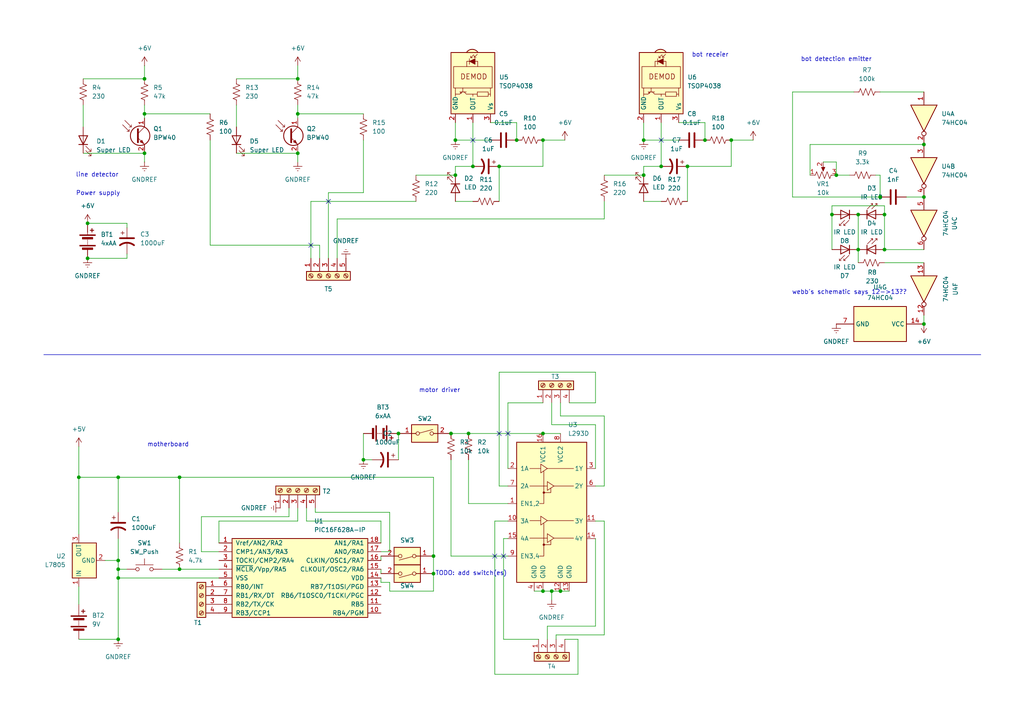
<source format=kicad_sch>
(kicad_sch (version 20231120) (generator "eeschema") (generator_version "8.0")
  (paper "A4")
  (lib_symbols
    (symbol "74xx:74HC04"
      (property "Reference" "U" (at 0 1.27 0))
      (property "Value" "74HC04" (at 0 -1.27 0))
      (symbol "74HC04_1_0"
        (pin input line (at -7.62 0 0) (length 3.81) (name "~") (number "1"))
        (pin output inverted (at 7.62 0 180) (length 3.81) (name "~") (number "2"))
      )
      (symbol "74HC04_2_0"
        (pin input line (at -7.62 0 0) (length 3.81) (name "~") (number "3"))
        (pin output inverted (at 7.62 0 180) (length 3.81) (name "~") (number "4"))
      )
      (symbol "74HC04_3_0"
        (pin input line (at -7.62 0 0) (length 3.81) (name "~") (number "5"))
        (pin output inverted (at 7.62 0 180) (length 3.81) (name "~") (number "6"))
      )
      (symbol "74HC04_4_0"
        (pin output inverted (at 7.62 0 180) (length 3.81) (name "~") (number "8"))
        (pin input line (at -7.62 0 0) (length 3.81) (name "~") (number "9"))
      )
      (symbol "74HC04_5_0"
        (pin output inverted (at 7.62 0 180) (length 3.81) (name "~") (number "10"))
        (pin input line (at -7.62 0 0) (length 3.81) (name "~") (number "11"))
      )
      (symbol "74HC04_6_0"
        (pin output inverted (at 7.62 0 180) (length 3.81) (name "~") (number "12"))
        (pin input line (at -7.62 0 0) (length 3.81) (name "~") (number "13"))
      )
      (symbol "74HC04_7_0"
        (pin power_in line (at 0 12.7 270) (length 5.08) (name "VCC") (number "14"))
        (pin power_in line (at 0 -12.7 90) (length 5.08) (name "GND") (number "7"))
      )
    )
    (symbol "Connector:Screw_Terminal_01x04" (pin_names (offset 1.016) hide)
      (property "Reference" "J" (at 0 5.08 0))
      (property "Value" "Screw_Terminal_01x04" (at 0 -7.62 0))
      (symbol "Screw_Terminal_01x04_1_1"
        (pin passive line (at -5.08 2.54 0) (length 3.81) (name "Pin_1") (number "1"))
        (pin passive line (at -5.08 0 0) (length 3.81) (name "Pin_2") (number "2"))
        (pin passive line (at -5.08 -2.54 0) (length 3.81) (name "Pin_3") (number "3"))
        (pin passive line (at -5.08 -5.08 0) (length 3.81) (name "Pin_4") (number "4"))
      )
    )
    (symbol "Connector:Screw_Terminal_01x05" (pin_names (offset 1.016) hide)
      (property "Reference" "J" (at 0 7.62 0))
      (property "Value" "Screw_Terminal_01x05" (at 0 -7.62 0))
      (symbol "Screw_Terminal_01x05_1_1"
        (pin passive line (at -5.08 5.08 0) (length 3.81) (name "Pin_1") (number "1"))
        (pin passive line (at -5.08 2.54 0) (length 3.81) (name "Pin_2") (number "2"))
        (pin passive line (at -5.08 0 0) (length 3.81) (name "Pin_3") (number "3"))
        (pin passive line (at -5.08 -2.54 0) (length 3.81) (name "Pin_4") (number "4"))
        (pin passive line (at -5.08 -5.08 0) (length 3.81) (name "Pin_5") (number "5"))
      )
    )
    (symbol "Device:Battery" (pin_numbers hide) (pin_names (offset 0) hide)
      (property "Reference" "BT" (at 2.54 2.54 0))
      (property "Value" "Battery" (at 2.54 0 0))
      (symbol "Battery_1_1"
        (pin passive line (at 0 5.08 270) (length 2.54) (name "+") (number "1"))
        (pin passive line (at 0 -5.08 90) (length 2.54) (name "-") (number "2"))
      )
    )
    (symbol "Device:C" (pin_numbers hide) (pin_names (offset 0.254))
      (property "Reference" "C" (at 0.635 2.54 0))
      (property "Value" "C" (at 0.635 -2.54 0))
      (symbol "C_1_1"
        (pin passive line (at 0 3.81 270) (length 2.794) (name "~") (number "1"))
        (pin passive line (at 0 -3.81 90) (length 2.794) (name "~") (number "2"))
      )
    )
    (symbol "Device:C_Polarized_US" (pin_numbers hide) (pin_names (offset 0.254) hide)
      (property "Reference" "C" (at 0.635 2.54 0))
      (property "Value" "C_Polarized_US" (at 0.635 -2.54 0))
      (symbol "C_Polarized_US_1_1"
        (pin passive line (at 0 3.81 270) (length 2.794) (name "~") (number "1"))
        (pin passive line (at 0 -3.81 90) (length 3.302) (name "~") (number "2"))
      )
    )
    (symbol "Device:LED" (pin_numbers hide) (pin_names (offset 1.016) hide)
      (property "Reference" "D" (at 0 2.54 0))
      (property "Value" "LED" (at 0 -2.54 0))
      (symbol "LED_1_1"
        (pin passive line (at -3.81 0 0) (length 2.54) (name "K") (number "1"))
        (pin passive line (at 3.81 0 180) (length 2.54) (name "A") (number "2"))
      )
    )
    (symbol "Device:R_Potentiometer_US" (pin_names (offset 1.016) hide)
      (property "Reference" "RV" (at -4.445 0 90))
      (property "Value" "R_Potentiometer_US" (at -2.54 0 90))
      (symbol "R_Potentiometer_US_1_1"
        (pin passive line (at 0 3.81 270) (length 1.27) (name "1") (number "1"))
        (pin passive line (at 3.81 0 180) (length 1.27) (name "2") (number "2"))
        (pin passive line (at 0 -3.81 90) (length 1.27) (name "3") (number "3"))
      )
    )
    (symbol "Device:R_US" (pin_numbers hide) (pin_names (offset 0))
      (property "Reference" "R" (at 2.54 0 90))
      (property "Value" "R_US" (at -2.54 0 90))
      (symbol "R_US_1_1"
        (pin passive line (at 0 3.81 270) (length 1.27) (name "~") (number "1"))
        (pin passive line (at 0 -3.81 90) (length 1.27) (name "~") (number "2"))
      )
    )
    (symbol "Driver_Motor:L293D" (pin_names (offset 1.016))
      (property "Reference" "U" (at -5.08 26.035 0))
      (property "Value" "L293D" (at -5.08 24.13 0))
      (symbol "L293D_1_1"
        (pin input line (at -12.7 5.08 0) (length 2.54) (name "EN1,2") (number "1"))
        (pin input line (at -12.7 0 0) (length 2.54) (name "3A") (number "10"))
        (pin output line (at 12.7 0 180) (length 2.54) (name "3Y") (number "11"))
        (pin power_in line (at 2.54 -20.32 90) (length 2.54) (name "GND") (number "12"))
        (pin power_in line (at 5.08 -20.32 90) (length 2.54) (name "GND") (number "13"))
        (pin output line (at 12.7 -5.08 180) (length 2.54) (name "4Y") (number "14"))
        (pin input line (at -12.7 -5.08 0) (length 2.54) (name "4A") (number "15"))
        (pin power_in line (at -2.54 25.4 270) (length 2.54) (name "VCC1") (number "16"))
        (pin input line (at -12.7 15.24 0) (length 2.54) (name "1A") (number "2"))
        (pin output line (at 12.7 15.24 180) (length 2.54) (name "1Y") (number "3"))
        (pin power_in line (at -5.08 -20.32 90) (length 2.54) (name "GND") (number "4"))
        (pin power_in line (at -2.54 -20.32 90) (length 2.54) (name "GND") (number "5"))
        (pin output line (at 12.7 10.16 180) (length 2.54) (name "2Y") (number "6"))
        (pin input line (at -12.7 10.16 0) (length 2.54) (name "2A") (number "7"))
        (pin power_in line (at 2.54 25.4 270) (length 2.54) (name "VCC2") (number "8"))
        (pin input line (at -12.7 -10.16 0) (length 2.54) (name "EN3,4") (number "9"))
      )
    )
    (symbol "Interface_Optical:TSOP41xx" (pin_names (offset 1.016))
      (property "Reference" "U" (at -10.16 7.62 0))
      (property "Value" "TSOP41xx" (at -10.16 -7.62 0))
      (symbol "TSOP41xx_0_0"
        (text "DEMOD" (at -3.175 0.254 900) (effects (font (size 1.524 1.524))))
      )
      (symbol "TSOP41xx_1_1"
        (pin output line (at 10.16 0 180) (length 2.54) (name "OUT") (number "1"))
        (pin power_in line (at 10.16 -5.08 180) (length 2.54) (name "GND") (number "2"))
        (pin power_in line (at 10.16 5.08 180) (length 2.54) (name "Vs") (number "3"))
      )
    )
    (symbol "LED:IR204A" (pin_numbers hide) (pin_names (offset 1.016) hide)
      (property "Reference" "D" (at 0.508 1.778 0))
      (property "Value" "IR204A" (at -1.016 -2.794 0))
      (symbol "IR204A_1_1"
        (pin passive line (at -5.08 0 0) (length 2.54) (name "K") (number "1"))
        (pin passive line (at 2.54 0 180) (length 2.54) (name "A") (number "2"))
      )
    )
    (symbol "MCU_Microchip_PIC16:PIC16F628A-IP" (pin_names (offset 1.016))
      (property "Reference" "U1" (at 4.7341 16.51 0))
      (property "Value" "PIC16F628A-IP" (at 4.7341 13.97 0))
      (symbol "PIC16F628A-IP_1_1"
        (pin bidirectional line (at -22.86 10.16 0) (length 3.81) (name "Vref/AN2/RA2") (number "1"))
        (pin bidirectional line (at 24.13 -10.16 180) (length 3.81) (name "RB4/PGM") (number "10"))
        (pin bidirectional line (at 24.13 -7.62 180) (length 3.81) (name "RB5") (number "11"))
        (pin bidirectional line (at 24.13 -5.08 180) (length 3.81) (name "RB6/T1OSC0/T1CKI/PGC") (number "12"))
        (pin bidirectional line (at 24.13 -2.54 180) (length 3.81) (name "RB7/T1OSI/PGD") (number "13"))
        (pin power_in line (at 24.13 0 180) (length 3.81) (name "VDD") (number "14"))
        (pin bidirectional line (at 24.13 2.54 180) (length 3.81) (name "CLKOUT/OSC2/RA6") (number "15"))
        (pin bidirectional line (at 24.13 5.08 180) (length 3.81) (name "CLKIN/OSC1/RA7") (number "16"))
        (pin bidirectional line (at 24.13 7.62 180) (length 3.81) (name "AN0/RA0") (number "17"))
        (pin bidirectional line (at 24.13 10.16 180) (length 3.81) (name "AN1/RA1") (number "18"))
        (pin bidirectional line (at -22.86 7.62 0) (length 3.81) (name "CMP1/AN3/RA3") (number "2"))
        (pin bidirectional line (at -22.86 5.08 0) (length 3.81) (name "TOCKI/CMP2/RA4") (number "3"))
        (pin input line (at -22.86 2.54 0) (length 3.81) (name "~{MCLR}/Vpp/RA5") (number "4"))
        (pin power_in line (at -22.86 0 0) (length 3.81) (name "VSS") (number "5"))
        (pin bidirectional line (at -22.86 -2.54 0) (length 3.81) (name "RB0/INT") (number "6"))
        (pin bidirectional line (at -22.86 -5.08 0) (length 3.81) (name "RB1/RX/DT") (number "7"))
        (pin bidirectional line (at -22.86 -7.62 0) (length 3.81) (name "RB2/TX/CK") (number "8"))
        (pin bidirectional line (at -22.86 -10.16 0) (length 3.81) (name "RB3/CCP1") (number "9"))
      )
    )
    (symbol "Regulator_Linear:L7805" (pin_names (offset 0.254))
      (property "Reference" "U" (at -3.81 3.175 0))
      (property "Value" "L7805" (at 0 3.175 0))
      (symbol "L7805_1_1"
        (pin power_in line (at -7.62 0 0) (length 2.54) (name "IN") (number "1"))
        (pin power_in line (at 0 -7.62 90) (length 2.54) (name "GND") (number "2"))
        (pin power_out line (at 7.62 0 180) (length 2.54) (name "OUT") (number "3"))
      )
    )
    (symbol "Sensor_Optical:BPW40" (pin_names (offset 0) hide)
      (property "Reference" "Q" (at 5.08 1.27 0))
      (property "Value" "BPW40" (at 5.08 -1.27 0))
      (symbol "BPW40_1_1"
        (pin passive line (at 2.54 5.08 270) (length 2.54) (name "C") (number "1"))
        (pin passive line (at 2.54 -5.08 90) (length 2.54) (name "E") (number "2"))
      )
    )
    (symbol "Switch:SW_DIP_x01" (pin_names (offset 0) hide)
      (property "Reference" "SW" (at 0 3.81 0))
      (property "Value" "SW_DIP_x01" (at 0 -3.81 0))
      (symbol "SW_DIP_x01_1_1"
        (pin passive line (at -7.62 0 0) (length 5.08) (name "~") (number "1"))
        (pin passive line (at 7.62 0 180) (length 5.08) (name "~") (number "2"))
      )
    )
    (symbol "Switch:SW_Push" (pin_numbers hide) (pin_names (offset 1.016) hide)
      (property "Reference" "SW" (at 1.27 2.54 0))
      (property "Value" "SW_Push" (at 0 -1.524 0))
      (symbol "SW_Push_0_1"
        (pin passive line (at -5.08 0 0) (length 2.54) (name "1") (number "1"))
        (pin passive line (at 5.08 0 180) (length 2.54) (name "2") (number "2"))
      )
    )
    (symbol "power:+5V" (power) (pin_numbers hide) (pin_names (offset 0) hide)
      (property "Value" "+5V" (at 0 3.556 0))
      (symbol "+5V_1_1"
        (pin power_in line (at 0 0 90) (length 0) (name "~") (number "1"))
      )
    )
    (symbol "power:+6V" (power) (pin_numbers hide) (pin_names (offset 0) hide)
      (property "Value" "+6V" (at 0 3.556 0))
      (symbol "+6V_1_1"
        (pin power_in line (at 0 0 90) (length 0) (name "~") (number "1"))
      )
    )
    (symbol "power:GNDREF" (power) (pin_numbers hide) (pin_names (offset 0) hide)
      (property "Value" "GNDREF" (at 0 -3.81 0))
      (symbol "GNDREF_1_1"
        (pin power_in line (at 0 0 270) (length 0) (name "~") (number "1"))
      )
    )
  )
  (junction (at 256.54 62.23))
  (junction (at 144.78 48.26))
  (junction (at 157.48 125.73))
  (junction (at 248.92 72.39))
  (junction (at 22.86 138.43))
  (junction (at 41.91 44.45))
  (junction (at 105.41 133.35))
  (junction (at 132.08 40.64))
  (junction (at 157.48 171.45))
  (junction (at 199.39 48.26))
  (junction (at 52.07 165.1))
  (junction (at 157.48 40.64))
  (junction (at 34.29 162.56))
  (junction (at 41.91 22.86))
  (junction (at 86.36 33.02))
  (junction (at 162.56 171.45))
  (junction (at 267.97 57.15))
  (junction (at 191.77 48.26))
  (junction (at 125.73 166.37))
  (junction (at 130.81 125.73))
  (junction (at 52.07 138.43))
  (junction (at 267.97 93.98))
  (junction (at 25.4 74.93))
  (junction (at 149.86 40.64))
  (junction (at 125.73 161.29))
  (junction (at 186.69 40.64))
  (junction (at 25.4 64.77))
  (junction (at 248.92 62.23))
  (junction (at 34.29 167.64))
  (junction (at 34.29 138.43))
  (junction (at 41.91 33.02))
  (junction (at 204.47 40.64))
  (junction (at 241.3 62.23))
  (junction (at 86.36 44.45))
  (junction (at 86.36 22.86))
  (junction (at 242.57 50.8))
  (junction (at 137.16 48.26))
  (junction (at 256.54 72.39))
  (junction (at 186.69 50.8))
  (junction (at 115.57 125.73))
  (junction (at 132.08 50.8))
  (junction (at 160.02 171.45))
  (junction (at 255.27 57.15))
  (junction (at 267.97 41.91))
  (junction (at 135.89 125.73))
  (junction (at 34.29 165.1))
  (junction (at 34.29 185.42))
  (junction (at 212.09 40.64))
  (no_connect (at 144.78 125.73))
  (no_connect (at 143.51 161.29))
  (no_connect (at 191.77 40.64))
  (no_connect (at 137.16 40.64))
  (no_connect (at 95.25 58.42))
  (no_connect (at 90.17 71.12))
  (no_connect (at 147.32 125.73))
  (no_connect (at 146.05 161.29))
  (wire (pts (xy 256.54 62.23) (xy 256.54 72.39)))
  (wire (pts (xy 256.54 76.2) (xy 267.97 76.2)))
  (wire (pts (xy 22.86 138.43) (xy 22.86 154.94)))
  (wire (pts (xy 172.72 135.89) (xy 172.72 123.19)))
  (wire (pts (xy 158.75 181.61) (xy 158.75 185.42)))
  (wire (pts (xy 175.26 58.42) (xy 175.26 63.5)))
  (wire (pts (xy 162.56 171.45) (xy 165.1 171.45)))
  (wire (pts (xy 24.13 30.48) (xy 24.13 36.83)))
  (wire (pts (xy 22.86 185.42) (xy 34.29 185.42)))
  (wire (pts (xy 248.92 62.23) (xy 248.92 72.39)))
  (wire (pts (xy 125.73 166.37) (xy 125.73 171.45)))
  (wire (pts (xy 172.72 151.13) (xy 175.26 151.13)))
  (wire (pts (xy 186.69 58.42) (xy 191.77 58.42)))
  (wire (pts (xy 175.26 184.15) (xy 161.29 184.15)))
  (wire (pts (xy 157.48 171.45) (xy 160.02 171.45)))
  (wire (pts (xy 135.89 125.73) (xy 157.48 125.73)))
  (wire (pts (xy 83.82 149.86) (xy 83.82 147.32)))
  (wire (pts (xy 234.95 50.8) (xy 234.95 41.91)))
  (wire (pts (xy 25.4 74.93) (xy 36.83 74.93)))
  (wire (pts (xy 191.77 48.26) (xy 186.69 48.26)))
  (wire (pts (xy 135.89 133.35) (xy 135.89 146.05)))
  (wire (pts (xy 113.03 168.91) (xy 110.49 168.91)))
  (wire (pts (xy 52.07 138.43) (xy 52.07 157.48)))
  (wire (pts (xy 229.87 26.67) (xy 229.87 57.15)))
  (polyline (pts (xy 12.7 102.87) (xy 284.48 102.87)))
  (wire (pts (xy 34.29 156.21) (xy 34.29 162.56)))
  (wire (pts (xy 36.83 74.93) (xy 36.83 73.66)))
  (wire (pts (xy 24.13 22.86) (xy 41.91 22.86)))
  (wire (pts (xy 34.29 167.64) (xy 63.5 167.64)))
  (wire (pts (xy 172.72 123.19) (xy 160.02 123.19)))
  (wire (pts (xy 86.36 151.13) (xy 86.36 147.32)))
  (wire (pts (xy 113.03 160.02) (xy 110.49 160.02)))
  (wire (pts (xy 120.65 50.8) (xy 132.08 50.8)))
  (wire (pts (xy 110.49 151.13) (xy 88.9 151.13)))
  (wire (pts (xy 22.86 138.43) (xy 34.29 138.43)))
  (wire (pts (xy 234.95 41.91) (xy 267.97 41.91)))
  (wire (pts (xy 172.72 116.84) (xy 165.1 116.84)))
  (wire (pts (xy 34.29 167.64) (xy 34.29 185.42)))
  (wire (pts (xy 41.91 33.02) (xy 60.96 33.02)))
  (wire (pts (xy 157.48 40.64) (xy 163.83 40.64)))
  (wire (pts (xy 52.07 165.1) (xy 46.99 165.1)))
  (wire (pts (xy 191.77 35.56) (xy 191.77 48.26)))
  (wire (pts (xy 186.69 48.26) (xy 186.69 50.8)))
  (wire (pts (xy 160.02 171.45) (xy 162.56 171.45)))
  (wire (pts (xy 267.97 91.44) (xy 267.97 93.98)))
  (wire (pts (xy 52.07 138.43) (xy 34.29 138.43)))
  (wire (pts (xy 167.64 185.42) (xy 163.83 185.42)))
  (wire (pts (xy 88.9 151.13) (xy 88.9 147.32)))
  (wire (pts (xy 60.96 71.12) (xy 92.71 71.12)))
  (wire (pts (xy 146.05 185.42) (xy 156.21 185.42)))
  (wire (pts (xy 86.36 33.02) (xy 86.36 34.29)))
  (wire (pts (xy 125.73 161.29) (xy 125.73 138.43)))
  (wire (pts (xy 161.29 184.15) (xy 161.29 185.42)))
  (wire (pts (xy 144.78 140.97) (xy 144.78 107.95)))
  (wire (pts (xy 144.78 48.26) (xy 144.78 58.42)))
  (wire (pts (xy 256.54 59.69) (xy 241.3 59.69)))
  (wire (pts (xy 30.48 162.56) (xy 34.29 162.56)))
  (wire (pts (xy 90.17 58.42) (xy 120.65 58.42)))
  (wire (pts (xy 241.3 62.23) (xy 241.3 72.39)))
  (wire (pts (xy 130.81 125.73) (xy 135.89 125.73)))
  (wire (pts (xy 157.48 125.73) (xy 162.56 125.73)))
  (wire (pts (xy 36.83 64.77) (xy 36.83 66.04)))
  (wire (pts (xy 22.86 129.54) (xy 22.86 138.43)))
  (wire (pts (xy 144.78 48.26) (xy 157.48 48.26)))
  (wire (pts (xy 238.76 46.99) (xy 242.57 46.99)))
  (wire (pts (xy 90.17 58.42) (xy 90.17 74.93)))
  (wire (pts (xy 130.81 133.35) (xy 130.81 161.29)))
  (wire (pts (xy 147.32 156.21) (xy 146.05 156.21)))
  (wire (pts (xy 132.08 48.26) (xy 132.08 50.8)))
  (wire (pts (xy 143.51 195.58) (xy 167.64 195.58)))
  (wire (pts (xy 22.86 170.18) (xy 22.86 175.26)))
  (wire (pts (xy 212.09 40.64) (xy 218.44 40.64)))
  (wire (pts (xy 242.57 50.8) (xy 246.38 50.8)))
  (wire (pts (xy 160.02 123.19) (xy 160.02 116.84)))
  (wire (pts (xy 113.03 171.45) (xy 113.03 168.91)))
  (wire (pts (xy 86.36 33.02) (xy 105.41 33.02)))
  (wire (pts (xy 172.72 181.61) (xy 158.75 181.61)))
  (wire (pts (xy 63.5 165.1) (xy 52.07 165.1)))
  (wire (pts (xy 110.49 157.48) (xy 110.49 151.13)))
  (wire (pts (xy 58.42 160.02) (xy 63.5 160.02)))
  (wire (pts (xy 247.65 26.67) (xy 229.87 26.67)))
  (wire (pts (xy 229.87 57.15) (xy 255.27 57.15)))
  (wire (pts (xy 147.32 140.97) (xy 144.78 140.97)))
  (wire (pts (xy 135.89 146.05) (xy 147.32 146.05)))
  (wire (pts (xy 157.48 48.26) (xy 157.48 40.64)))
  (wire (pts (xy 34.29 165.1) (xy 36.83 165.1)))
  (wire (pts (xy 172.72 107.95) (xy 172.72 116.84)))
  (wire (pts (xy 172.72 156.21) (xy 172.72 181.61)))
  (wire (pts (xy 248.92 72.39) (xy 248.92 76.2)))
  (wire (pts (xy 86.36 46.99) (xy 86.36 44.45)))
  (wire (pts (xy 154.94 171.45) (xy 157.48 171.45)))
  (wire (pts (xy 25.4 64.77) (xy 36.83 64.77)))
  (wire (pts (xy 41.91 30.48) (xy 41.91 33.02)))
  (wire (pts (xy 58.42 149.86) (xy 83.82 149.86)))
  (wire (pts (xy 34.29 138.43) (xy 34.29 148.59)))
  (wire (pts (xy 41.91 19.05) (xy 41.91 22.86)))
  (wire (pts (xy 255.27 26.67) (xy 267.97 26.67)))
  (wire (pts (xy 132.08 40.64) (xy 142.24 40.64)))
  (wire (pts (xy 147.32 135.89) (xy 147.32 116.84)))
  (wire (pts (xy 212.09 48.26) (xy 212.09 40.64)))
  (wire (pts (xy 241.3 59.69) (xy 241.3 62.23)))
  (wire (pts (xy 137.16 35.56) (xy 137.16 48.26)))
  (wire (pts (xy 34.29 165.1) (xy 34.29 167.64)))
  (wire (pts (xy 91.44 148.59) (xy 91.44 147.32)))
  (wire (pts (xy 113.03 160.02) (xy 113.03 148.59)))
  (wire (pts (xy 63.5 151.13) (xy 86.36 151.13)))
  (wire (pts (xy 172.72 140.97) (xy 175.26 140.97)))
  (wire (pts (xy 144.78 107.95) (xy 172.72 107.95)))
  (wire (pts (xy 242.57 46.99) (xy 242.57 50.8)))
  (wire (pts (xy 196.85 35.56) (xy 204.47 35.56)))
  (wire (pts (xy 162.56 120.65) (xy 162.56 116.84)))
  (wire (pts (xy 160.02 173.99) (xy 160.02 171.45)))
  (wire (pts (xy 186.69 40.64) (xy 196.85 40.64)))
  (wire (pts (xy 267.97 72.39) (xy 256.54 72.39)))
  (wire (pts (xy 41.91 46.99) (xy 41.91 44.45)))
  (wire (pts (xy 110.49 161.29) (xy 110.49 162.56)))
  (wire (pts (xy 175.26 140.97) (xy 175.26 120.65)))
  (wire (pts (xy 147.32 151.13) (xy 143.51 151.13)))
  (wire (pts (xy 149.86 35.56) (xy 149.86 40.64)))
  (wire (pts (xy 132.08 58.42) (xy 137.16 58.42)))
  (wire (pts (xy 255.27 50.8) (xy 254 50.8)))
  (wire (pts (xy 105.41 125.73) (xy 105.41 133.35)))
  (wire (pts (xy 41.91 33.02) (xy 41.91 34.29)))
  (wire (pts (xy 175.26 151.13) (xy 175.26 184.15)))
  (wire (pts (xy 132.08 35.56) (xy 132.08 40.64)))
  (wire (pts (xy 204.47 35.56) (xy 204.47 40.64)))
  (wire (pts (xy 97.79 63.5) (xy 97.79 74.93)))
  (wire (pts (xy 175.26 63.5) (xy 97.79 63.5)))
  (wire (pts (xy 58.42 160.02) (xy 58.42 149.86)))
  (wire (pts (xy 146.05 156.21) (xy 146.05 185.42)))
  (wire (pts (xy 63.5 151.13) (xy 63.5 157.48)))
  (wire (pts (xy 130.81 161.29) (xy 147.32 161.29)))
  (wire (pts (xy 92.71 71.12) (xy 92.71 74.93)))
  (wire (pts (xy 60.96 40.64) (xy 60.96 71.12)))
  (wire (pts (xy 115.57 125.73) (xy 115.57 133.35)))
  (wire (pts (xy 95.25 55.88) (xy 95.25 74.93)))
  (wire (pts (xy 105.41 133.35) (xy 107.95 133.35)))
  (wire (pts (xy 24.13 44.45) (xy 41.91 44.45)))
  (wire (pts (xy 110.49 168.91) (xy 110.49 167.64)))
  (wire (pts (xy 255.27 50.8) (xy 255.27 57.15)))
  (wire (pts (xy 175.26 50.8) (xy 186.69 50.8)))
  (wire (pts (xy 199.39 48.26) (xy 199.39 58.42)))
  (wire (pts (xy 199.39 48.26) (xy 212.09 48.26)))
  (wire (pts (xy 34.29 162.56) (xy 34.29 165.1)))
  (wire (pts (xy 125.73 161.29) (xy 125.73 166.37)))
  (wire (pts (xy 186.69 35.56) (xy 186.69 40.64)))
  (wire (pts (xy 68.58 22.86) (xy 86.36 22.86)))
  (wire (pts (xy 142.24 35.56) (xy 149.86 35.56)))
  (wire (pts (xy 110.49 165.1) (xy 110.49 166.37)))
  (wire (pts (xy 105.41 40.64) (xy 105.41 55.88)))
  (wire (pts (xy 113.03 171.45) (xy 125.73 171.45)))
  (wire (pts (xy 86.36 30.48) (xy 86.36 33.02)))
  (wire (pts (xy 52.07 138.43) (xy 125.73 138.43)))
  (wire (pts (xy 105.41 55.88) (xy 95.25 55.88)))
  (wire (pts (xy 113.03 148.59) (xy 91.44 148.59)))
  (wire (pts (xy 262.89 57.15) (xy 267.97 57.15)))
  (wire (pts (xy 86.36 19.05) (xy 86.36 22.86)))
  (wire (pts (xy 175.26 120.65) (xy 162.56 120.65)))
  (wire (pts (xy 143.51 151.13) (xy 143.51 195.58)))
  (wire (pts (xy 68.58 30.48) (xy 68.58 36.83)))
  (wire (pts (xy 256.54 62.23) (xy 256.54 59.69)))
  (wire (pts (xy 137.16 48.26) (xy 132.08 48.26)))
  (wire (pts (xy 147.32 116.84) (xy 157.48 116.84)))
  (wire (pts (xy 167.64 195.58) (xy 167.64 185.42)))
  (wire (pts (xy 68.58 44.45) (xy 86.36 44.45)))
  (text "webb's schematic says 12->13??\n" (at 246.38 84.836 0) (effects (font (size 1.27 1.27))))
  (text "motor driver" (at 127.508 113.284 0) (effects (font (size 1.27 1.27))))
  (text "bot detection emitter" (at 242.57 17.272 0) (effects (font (size 1.27 1.27))))
  (text "bot receier" (at 205.994 16.002 0) (effects (font (size 1.27 1.27))))
  (text "motherboard" (at 48.768 129.032 0) (effects (font (size 1.27 1.27))))
  (text "line detector\n" (at 28.194 50.8 0) (effects (font (size 1.27 1.27))))
  (text "TODO: add switch(es)" (at 136.652 166.37 0) (effects (font (size 1.27 1.27))))
  (text "Power supply" (at 28.448 56.134 0) (effects (font (size 1.27 1.27))))
  (symbol (lib_id "Device:R_Potentiometer_US") (at 238.76 50.8 90) (unit 1)
    (property "Reference" "VR1" (at 238.76 53.34 90))
    (property "Value" "10k" (at 238.76 55.88 90))
    (property "Footprint" "Potentiometer_THT:Potentiometer_Bourns_3386F_Vertical" (effects (hide yes)))
    (property "Description" "Potentiometer, US symbol" (effects (hide yes)))
  )
  (symbol (lib_id "Device:R_US") (at 195.58 58.42 270) (unit 1)
    (property "Reference" "R17" (at 195.58 52.07 90))
    (property "Value" "220" (at 195.58 54.61 90))
    (property "Footprint" "Resistor_THT:R_Axial_DIN0207_L6.3mm_D2.5mm_P7.62mm_Horizontal" (effects (hide yes)))
    (property "Description" "Resistor, US symbol" (effects (hide yes)))
  )
  (symbol (lib_id "power:+6V") (at 218.44 40.64 0) (unit 1)
    (property "Reference" "#PWR015" (effects (hide yes)))
    (property "Value" "+6V" (at 218.44 35.56 0))
    (property "Description" "Power symbol creates a global label with name \"+6V\"" (effects (hide yes)))
  )
  (symbol (lib_id "Driver_Motor:L293D") (at 160.02 151.13 0) (unit 1)
    (property "Reference" "U3" (at 164.7541 123.19 0) (effects (justify left)))
    (property "Value" "L293D" (at 164.7541 125.73 0) (effects (justify left)))
    (property "Footprint" "Package_DIP:DIP-16_W7.62mm" (effects (hide yes)))
    (property "Datasheet" "http://www.ti.com/lit/ds/symlink/l293.pdf" (effects (hide yes)))
    (property "Description" "Quadruple Half-H Drivers" (effects (hide yes)))
  )
  (symbol (lib_id "power:GNDREF") (at 34.29 185.42 0) (unit 1)
    (property "Reference" "#PWR03" (effects (hide yes)))
    (property "Value" "GNDREF" (at 34.29 190.5 0))
    (property "Description" "Power symbol creates a global label with name \"GNDREF\" , reference supply ground" (effects (hide yes)))
  )
  (symbol (lib_id "74xx:74HC04") (at 267.97 83.82 270) (unit 6)
    (property "Reference" "U4" (at 277.114 83.82 0))
    (property "Value" "74HC04" (at 274.32 83.82 0))
    (property "Footprint" "Package_DIP:DIP-14_W7.62mm" (effects (hide yes)))
    (property "Datasheet" "https://assets.nexperia.com/documents/data-sheet/74HC_HCT04.pdf" (effects (hide yes)))
    (property "Description" "Hex Inverter" (effects (hide yes)))
  )
  (symbol (lib_id "74xx:74HC04") (at 267.97 34.29 270) (unit 1)
    (property "Reference" "U4" (at 273.05 33.0199 90) (effects (justify left)))
    (property "Value" "74HC04" (at 273.05 35.5599 90) (effects (justify left)))
    (property "Footprint" "Package_DIP:DIP-14_W7.62mm" (effects (hide yes)))
    (property "Datasheet" "https://assets.nexperia.com/documents/data-sheet/74HC_HCT04.pdf" (effects (hide yes)))
    (property "Description" "Hex Inverter" (effects (hide yes)))
  )
  (symbol (lib_id "Device:LED") (at 24.13 40.64 90) (unit 1)
    (property "Reference" "D1" (at 27.94 40.9574 90) (effects (justify right)))
    (property "Value" "Super LED" (at 27.94 43.4974 90) (effects (justify right)))
    (property "Footprint" "LED_THT:LED_D5.0mm" (effects (hide yes)))
    (property "Description" "Light emitting diode" (effects (hide yes)))
  )
  (symbol (lib_id "Device:R_US") (at 86.36 26.67 0) (unit 1)
    (property "Reference" "R14" (at 88.9 25.3999 0) (effects (justify left)))
    (property "Value" "47k" (at 88.9 27.9399 0) (effects (justify left)))
    (property "Footprint" "Resistor_THT:R_Axial_DIN0207_L6.3mm_D2.5mm_P7.62mm_Horizontal" (effects (hide yes)))
    (property "Description" "Resistor, US symbol" (effects (hide yes)))
  )
  (symbol (lib_id "Device:R_US") (at 252.73 76.2 90) (unit 1)
    (property "Reference" "R8" (at 252.984 78.994 90))
    (property "Value" "230" (at 252.984 81.534 90))
    (property "Footprint" "Resistor_THT:R_Axial_DIN0207_L6.3mm_D2.5mm_P7.62mm_Horizontal" (effects (hide yes)))
    (property "Description" "Resistor, US symbol" (effects (hide yes)))
  )
  (symbol (lib_id "Connector:Screw_Terminal_01x04") (at 58.42 172.72 0) (mirror y) (unit 1)
    (property "Reference" "T1" (at 57.404 180.594 0))
    (property "Value" "Screw_Terminal_01x04" (effects (hide yes)))
    (property "Footprint" "TerminalBlock_MetzConnect:TerminalBlock_MetzConnect_Type086_RT03404HBLC_1x04_P3.81mm_Horizontal" (effects (hide yes)))
    (property "Description" "Generic screw terminal, single row, 01x04, script generated (kicad-library-utils/schlib/autogen/connector/)" (effects (hide yes)))
  )
  (symbol (lib_id "Interface_Optical:TSOP41xx") (at 137.16 25.4 270) (unit 1)
    (property "Reference" "U5" (at 144.78 22.3949 90) (effects (justify left)))
    (property "Value" "TSOP4038" (at 144.78 24.9349 90) (effects (justify left)))
    (property "Footprint" "OptoDevice:Vishay_MOLD-3Pin" (effects (hide yes)))
    (property "Datasheet" "http://www.vishay.com/docs/82460/tsop45.pdf" (effects (hide yes)))
    (property "Description" "IR Receiver Modules for Remote Control Systems" (effects (hide yes)))
  )
  (symbol (lib_id "Device:R_US") (at 105.41 36.83 180) (unit 1)
    (property "Reference" "R15" (at 107.95 35.5599 0) (effects (justify right)))
    (property "Value" "100" (at 107.95 38.0999 0) (effects (justify right)))
    (property "Footprint" "Resistor_THT:R_Axial_DIN0207_L6.3mm_D2.5mm_P7.62mm_Horizontal" (effects (hide yes)))
    (property "Description" "Resistor, US symbol" (effects (hide yes)))
  )
  (symbol (lib_id "Switch:SW_DIP_x01") (at 118.11 161.29 180) (unit 1)
    (property "Reference" "SW3" (at 118.11 156.718 0))
    (property "Value" "SW_DIP_x01" (effects (hide yes)))
    (property "Footprint" "Button_Switch_THT:SW_DIP_SPSTx01_Slide_9.78x4.72mm_W7.62mm_P2.54mm" (effects (hide yes)))
    (property "Description" "1x DIP Switch, Single Pole Single Throw (SPST) switch, small symbol" (effects (hide yes)))
  )
  (symbol (lib_id "power:+6V") (at 41.91 19.05 0) (unit 1)
    (property "Reference" "#PWR08" (effects (hide yes)))
    (property "Value" "+6V" (at 41.91 13.97 0))
    (property "Description" "Power symbol creates a global label with name \"+6V\"" (effects (hide yes)))
  )
  (symbol (lib_id "Device:R_US") (at 24.13 26.67 0) (unit 1)
    (property "Reference" "R4" (at 26.67 25.3999 0) (effects (justify left)))
    (property "Value" "230" (at 26.67 27.9399 0) (effects (justify left)))
    (property "Footprint" "Resistor_THT:R_Axial_DIN0207_L6.3mm_D2.5mm_P7.62mm_Horizontal" (effects (hide yes)))
    (property "Description" "Resistor, US symbol" (effects (hide yes)))
  )
  (symbol (lib_id "Device:C_Polarized_US") (at 140.97 48.26 270) (unit 1)
    (property "Reference" "C6" (at 141.605 40.64 90))
    (property "Value" "1uF" (at 141.605 43.18 90))
    (property "Footprint" "Capacitor_THT:C_Disc_D7.5mm_W2.5mm_P5.00mm" (effects (hide yes)))
    (property "Description" "Polarized capacitor, US symbol" (effects (hide yes)))
  )
  (symbol (lib_id "Device:R_US") (at 250.19 50.8 90) (unit 1)
    (property "Reference" "R9" (at 250.19 44.45 90))
    (property "Value" "3.3k" (at 250.19 46.99 90))
    (property "Footprint" "Resistor_THT:R_Axial_DIN0207_L6.3mm_D2.5mm_P7.62mm_Horizontal" (effects (hide yes)))
    (property "Description" "Resistor, US symbol" (effects (hide yes)))
  )
  (symbol (lib_id "power:GNDREF") (at 160.02 173.99 0) (unit 1)
    (property "Reference" "#PWR05" (effects (hide yes)))
    (property "Value" "GNDREF" (at 160.02 179.07 0))
    (property "Description" "Power symbol creates a global label with name \"GNDREF\" , reference supply ground" (effects (hide yes)))
  )
  (symbol (lib_id "power:GNDREF") (at 132.08 40.64 0) (unit 1)
    (property "Reference" "#PWR010" (effects (hide yes)))
    (property "Value" "GNDREF" (at 132.08 45.72 0))
    (property "Description" "Power symbol creates a global label with name \"GNDREF\" , reference supply ground" (effects (hide yes)))
  )
  (symbol (lib_id "power:GNDREF") (at 25.4 74.93 0) (unit 1)
    (property "Reference" "#PWR02" (effects (hide yes)))
    (property "Value" "GNDREF" (at 25.4 80.01 0))
    (property "Description" "Power symbol creates a global label with name \"GNDREF\" , reference supply ground" (effects (hide yes)))
  )
  (symbol (lib_id "Sensor_Optical:BPW40") (at 39.37 39.37 0) (unit 1)
    (property "Reference" "Q1" (at 44.45 37.3506 0) (effects (justify left)))
    (property "Value" "BPW40" (at 44.45 39.8906 0) (effects (justify left)))
    (property "Footprint" "LED_THT:LED_D5.0mm_Clear" (effects (hide yes)))
    (property "Datasheet" "https://www.rcscomponents.kiev.ua/datasheets/bpw40.pdf" (effects (hide yes)))
    (property "Description" "Phototransistor NPN" (effects (hide yes)))
  )
  (symbol (lib_id "Device:Battery") (at 25.4 69.85 0) (unit 1)
    (property "Reference" "BT1" (at 29.21 68.0084 0) (effects (justify left)))
    (property "Value" "4xAA" (at 29.21 70.5484 0) (effects (justify left)))
    (property "Footprint" "Battery:Battery_Pads" (effects (hide yes)))
    (property "Description" "Multiple-cell battery" (effects (hide yes)))
  )
  (symbol (lib_id "Device:R_US") (at 120.65 54.61 0) (unit 1)
    (property "Reference" "R12" (at 123.19 53.3399 0) (effects (justify left)))
    (property "Value" "220" (at 123.19 55.8799 0) (effects (justify left)))
    (property "Footprint" "Resistor_THT:R_Axial_DIN0207_L6.3mm_D2.5mm_P7.62mm_Horizontal" (effects (hide yes)))
    (property "Description" "Resistor, US symbol" (effects (hide yes)))
  )
  (symbol (lib_id "Device:C_Polarized_US") (at 36.83 69.85 0) (unit 1)
    (property "Reference" "C3" (at 40.64 67.9449 0) (effects (justify left)))
    (property "Value" "1000uF" (at 40.64 70.4849 0) (effects (justify left)))
    (property "Footprint" "Capacitor_THT:C_Radial_D10.0mm_H20.0mm_P5.00mm" (effects (hide yes)))
    (property "Description" "Polarized capacitor, US symbol" (effects (hide yes)))
  )
  (symbol (lib_id "Connector:Screw_Terminal_01x04") (at 158.75 190.5 90) (mirror x) (unit 1)
    (property "Reference" "T4" (at 160.02 193.294 90))
    (property "Value" "Screw_Terminal_01x04" (effects (hide yes)))
    (property "Footprint" "TerminalBlock_MetzConnect:TerminalBlock_MetzConnect_Type086_RT03404HBLC_1x04_P3.81mm_Horizontal" (effects (hide yes)))
    (property "Description" "Generic screw terminal, single row, 01x04, script generated (kicad-library-utils/schlib/autogen/connector/)" (effects (hide yes)))
  )
  (symbol (lib_id "Device:C_Polarized_US") (at 195.58 48.26 270) (unit 1)
    (property "Reference" "C7" (at 196.215 40.64 90))
    (property "Value" "1uF" (at 196.215 43.18 90))
    (property "Footprint" "Capacitor_THT:C_Disc_D7.5mm_W2.5mm_P5.00mm" (effects (hide yes)))
    (property "Description" "Polarized capacitor, US symbol" (effects (hide yes)))
  )
  (symbol (lib_id "MCU_Microchip_PIC16:PIC16F628A-IP") (at 86.36 167.64 0) (unit 1)
    (property "Reference" "U1" (at 91.0941 151.13 0) (effects (justify left)))
    (property "Value" "PIC16F628A-IP" (at 91.0941 153.67 0) (effects (justify left)))
    (property "Footprint" "Package_DIP:DIP-18_W7.62mm" (effects (hide yes)))
    (property "Datasheet" "http://ww1.microchip.com/downloads/en/DeviceDoc/40300c.pdf" (effects (hide yes)))
    (property "Description" "2048W Flash, 224B SRAM, 128B EEPROM, DIP18" (effects (hide yes)))
  )
  (symbol (lib_id "power:+6V") (at 163.83 40.64 0) (unit 1)
    (property "Reference" "#PWR011" (effects (hide yes)))
    (property "Value" "+6V" (at 163.83 35.56 0))
    (property "Description" "Power symbol creates a global label with name \"+6V\"" (effects (hide yes)))
  )
  (symbol (lib_id "Device:R_US") (at 208.28 40.64 90) (unit 1)
    (property "Reference" "R18" (at 208.28 34.29 90))
    (property "Value" "100" (at 208.28 36.83 90))
    (property "Footprint" "Resistor_THT:R_Axial_DIN0207_L6.3mm_D2.5mm_P7.62mm_Horizontal" (effects (hide yes)))
    (property "Description" "Resistor, US symbol" (effects (hide yes)))
  )
  (symbol (lib_id "power:GNDREF") (at 242.57 93.98 0) (unit 1)
    (property "Reference" "#PWR06" (effects (hide yes)))
    (property "Value" "GNDREF" (at 242.57 99.06 0))
    (property "Description" "Power symbol creates a global label with name \"GNDREF\" , reference supply ground" (effects (hide yes)))
  )
  (symbol (lib_id "Switch:SW_DIP_x01") (at 123.19 125.73 0) (unit 1)
    (property "Reference" "SW2" (at 123.19 121.412 0))
    (property "Value" "SW_DIP_x01" (effects (hide yes)))
    (property "Footprint" "Button_Switch_THT:SW_DIP_SPSTx01_Slide_9.78x4.72mm_W7.62mm_P2.54mm" (effects (hide yes)))
    (property "Description" "1x DIP Switch, Single Pole Single Throw (SPST) switch, small symbol" (effects (hide yes)))
  )
  (symbol (lib_id "Interface_Optical:TSOP41xx") (at 191.77 25.4 270) (unit 1)
    (property "Reference" "U6" (at 199.39 22.3949 90) (effects (justify left)))
    (property "Value" "TSOP4038" (at 199.39 24.9349 90) (effects (justify left)))
    (property "Footprint" "OptoDevice:Vishay_MOLD-3Pin" (effects (hide yes)))
    (property "Datasheet" "http://www.vishay.com/docs/82460/tsop45.pdf" (effects (hide yes)))
    (property "Description" "IR Receiver Modules for Remote Control Systems" (effects (hide yes)))
  )
  (symbol (lib_id "Device:Battery") (at 110.49 125.73 270) (unit 1)
    (property "Reference" "BT3" (at 111.0615 118.11 90))
    (property "Value" "6xAA" (at 111.0615 120.65 90))
    (property "Footprint" "Battery:Battery_Pads" (effects (hide yes)))
    (property "Description" "Multiple-cell battery" (effects (hide yes)))
  )
  (symbol (lib_id "Device:R_US") (at 130.81 129.54 0) (unit 1)
    (property "Reference" "R3" (at 133.35 128.2699 0) (effects (justify left)))
    (property "Value" "10k" (at 133.35 130.8099 0) (effects (justify left)))
    (property "Footprint" "Resistor_THT:R_Axial_DIN0207_L6.3mm_D2.5mm_P7.62mm_Horizontal" (effects (hide yes)))
    (property "Description" "Resistor, US symbol" (effects (hide yes)))
  )
  (symbol (lib_id "power:+5V") (at 22.86 129.54 0) (unit 1)
    (property "Reference" "#PWR04" (effects (hide yes)))
    (property "Value" "+5V" (at 22.86 124.46 0))
    (property "Description" "Power symbol creates a global label with name \"+5V\"" (effects (hide yes)))
  )
  (symbol (lib_id "power:+6V") (at 86.36 19.05 0) (unit 1)
    (property "Reference" "#PWR012" (effects (hide yes)))
    (property "Value" "+6V" (at 86.36 13.97 0))
    (property "Description" "Power symbol creates a global label with name \"+6V\"" (effects (hide yes)))
  )
  (symbol (lib_id "Device:R_US") (at 135.89 129.54 180) (unit 1)
    (property "Reference" "R2" (at 138.43 128.2699 0) (effects (justify right)))
    (property "Value" "10k" (at 138.43 130.8099 0) (effects (justify right)))
    (property "Footprint" "Resistor_THT:R_Axial_DIN0207_L6.3mm_D2.5mm_P7.62mm_Horizontal" (effects (hide yes)))
    (property "Description" "Resistor, US symbol" (effects (hide yes)))
  )
  (symbol (lib_id "Device:R_US") (at 41.91 26.67 0) (unit 1)
    (property "Reference" "R5" (at 44.45 25.3999 0) (effects (justify left)))
    (property "Value" "47k" (at 44.45 27.9399 0) (effects (justify left)))
    (property "Footprint" "Resistor_THT:R_Axial_DIN0207_L6.3mm_D2.5mm_P7.62mm_Horizontal" (effects (hide yes)))
    (property "Description" "Resistor, US symbol" (effects (hide yes)))
  )
  (symbol (lib_id "Device:R_US") (at 175.26 54.61 0) (unit 1)
    (property "Reference" "R16" (at 177.8 53.3399 0) (effects (justify left)))
    (property "Value" "220" (at 177.8 55.8799 0) (effects (justify left)))
    (property "Footprint" "Resistor_THT:R_Axial_DIN0207_L6.3mm_D2.5mm_P7.62mm_Horizontal" (effects (hide yes)))
    (property "Description" "Resistor, US symbol" (effects (hide yes)))
  )
  (symbol (lib_id "Device:R_US") (at 153.67 40.64 90) (unit 1)
    (property "Reference" "R10" (at 153.67 34.29 90))
    (property "Value" "100" (at 153.67 36.83 90))
    (property "Footprint" "Resistor_THT:R_Axial_DIN0207_L6.3mm_D2.5mm_P7.62mm_Horizontal" (effects (hide yes)))
    (property "Description" "Resistor, US symbol" (effects (hide yes)))
  )
  (symbol (lib_id "power:+6V") (at 267.97 93.98 180) (unit 1)
    (property "Reference" "#PWR07" (effects (hide yes)))
    (property "Value" "+6V" (at 267.97 99.06 0))
    (property "Description" "Power symbol creates a global label with name \"+6V\"" (effects (hide yes)))
  )
  (symbol (lib_id "LED:IR204A") (at 243.84 72.39 180) (unit 1)
    (property "Reference" "D7" (at 244.983 80.01 0))
    (property "Value" "IR LED" (at 244.983 77.47 0))
    (property "Footprint" "LED_THT:LED_D5.0mm_IRBlack" (effects (hide yes)))
    (property "Datasheet" "http://www.everlight.com/file/ProductFile/IR204-A.pdf" (effects (hide yes)))
    (property "Description" "Infrared LED , 3mm LED package" (effects (hide yes)))
  )
  (symbol (lib_id "Device:R_US") (at 68.58 26.67 0) (unit 1)
    (property "Reference" "R13" (at 71.12 25.3999 0) (effects (justify left)))
    (property "Value" "230" (at 71.12 27.9399 0) (effects (justify left)))
    (property "Footprint" "Resistor_THT:R_Axial_DIN0207_L6.3mm_D2.5mm_P7.62mm_Horizontal" (effects (hide yes)))
    (property "Description" "Resistor, US symbol" (effects (hide yes)))
  )
  (symbol (lib_id "Device:C_Polarized_US") (at 111.76 133.35 270) (unit 1)
    (property "Reference" "C2" (at 112.395 125.73 90))
    (property "Value" "1000uF" (at 112.395 128.27 90))
    (property "Footprint" "Capacitor_THT:C_Radial_D10.0mm_H20.0mm_P5.00mm" (effects (hide yes)))
    (property "Description" "Polarized capacitor, US symbol" (effects (hide yes)))
  )
  (symbol (lib_id "Regulator_Linear:L7805") (at 22.86 162.56 90) (unit 1)
    (property "Reference" "U2" (at 19.05 161.2899 90) (effects (justify left)))
    (property "Value" "L7805" (at 19.05 163.8299 90) (effects (justify left)))
    (property "Footprint" "Package_TO_SOT_THT:TO-220-3_Vertical" (effects (hide yes)))
    (property "Datasheet" "http://www.st.com/content/ccc/resource/technical/document/datasheet/41/4f/b3/b0/12/d4/47/88/CD00000444.pdf/files/CD00000444.pdf/jcr:content/translations/en.CD00000444.pdf" (effects (hide yes)))
    (property "Description" "Positive 1.5A 35V Linear Regulator, Fixed Output 5V, TO-220/TO-263/TO-252" (effects (hide yes)))
  )
  (symbol (lib_id "Device:R_US") (at 60.96 36.83 180) (unit 1)
    (property "Reference" "R6" (at 63.5 35.5599 0) (effects (justify right)))
    (property "Value" "100" (at 63.5 38.0999 0) (effects (justify right)))
    (property "Footprint" "Resistor_THT:R_Axial_DIN0207_L6.3mm_D2.5mm_P7.62mm_Horizontal" (effects (hide yes)))
    (property "Description" "Resistor, US symbol" (effects (hide yes)))
  )
  (symbol (lib_id "Device:C_Polarized_US") (at 34.29 152.4 0) (unit 1)
    (property "Reference" "C1" (at 38.1 150.4949 0) (effects (justify left)))
    (property "Value" "1000uF" (at 38.1 153.0349 0) (effects (justify left)))
    (property "Footprint" "Capacitor_THT:C_Radial_D10.0mm_H12.5mm_P5.00mm" (effects (hide yes)))
    (property "Description" "Polarized capacitor, US symbol" (effects (hide yes)))
  )
  (symbol (lib_id "power:GNDREF") (at 100.33 74.93 180) (unit 1)
    (property "Reference" "#PWR018" (effects (hide yes)))
    (property "Value" "GNDREF" (at 100.33 69.85 0))
    (property "Description" "Power symbol creates a global label with name \"GNDREF\" , reference supply ground" (effects (hide yes)))
  )
  (symbol (lib_id "Sensor_Optical:BPW40") (at 83.82 39.37 0) (unit 1)
    (property "Reference" "Q2" (at 88.9 37.3506 0) (effects (justify left)))
    (property "Value" "BPW40" (at 88.9 39.8906 0) (effects (justify left)))
    (property "Footprint" "LED_THT:LED_D5.0mm_Clear" (effects (hide yes)))
    (property "Datasheet" "https://www.rcscomponents.kiev.ua/datasheets/bpw40.pdf" (effects (hide yes)))
    (property "Description" "Phototransistor NPN" (effects (hide yes)))
  )
  (symbol (lib_id "Device:R_US") (at 52.07 161.29 0) (unit 1)
    (property "Reference" "R1" (at 54.61 160.0199 0) (effects (justify left)))
    (property "Value" "4.7k" (at 54.61 162.5599 0) (effects (justify left)))
    (property "Footprint" "Resistor_THT:R_Axial_DIN0207_L6.3mm_D2.5mm_P7.62mm_Horizontal" (effects (hide yes)))
    (property "Description" "Resistor, US symbol" (effects (hide yes)))
  )
  (symbol (lib_id "Device:LED") (at 186.69 54.61 270) (unit 1)
    (property "Reference" "D6" (at 189.23 51.7524 90) (effects (justify left)))
    (property "Value" "LED" (at 189.23 54.2924 90) (effects (justify left)))
    (property "Footprint" "LED_THT:LED_D5.0mm" (effects (hide yes)))
    (property "Description" "Light emitting diode" (effects (hide yes)))
  )
  (symbol (lib_id "Switch:SW_DIP_x01") (at 118.11 166.37 180) (unit 1)
    (property "Reference" "SW4" (at 118.11 169.926 0))
    (property "Value" "SW_DIP_x01" (effects (hide yes)))
    (property "Footprint" "Button_Switch_THT:SW_DIP_SPSTx01_Slide_9.78x4.72mm_W7.62mm_P2.54mm" (effects (hide yes)))
    (property "Description" "1x DIP Switch, Single Pole Single Throw (SPST) switch, small symbol" (effects (hide yes)))
  )
  (symbol (lib_id "Device:LED") (at 132.08 54.61 270) (unit 1)
    (property "Reference" "D2" (at 134.62 51.7524 90) (effects (justify left)))
    (property "Value" "LED" (at 134.62 54.2924 90) (effects (justify left)))
    (property "Footprint" "LED_THT:LED_D5.0mm" (effects (hide yes)))
    (property "Description" "Light emitting diode" (effects (hide yes)))
  )
  (symbol (lib_id "Device:Battery") (at 22.86 180.34 0) (unit 1)
    (property "Reference" "BT2" (at 26.67 178.4984 0) (effects (justify left)))
    (property "Value" "9V" (at 26.67 181.0384 0) (effects (justify left)))
    (property "Footprint" "Battery:Battery_Pads" (effects (hide yes)))
    (property "Description" "Multiple-cell battery" (effects (hide yes)))
  )
  (symbol (lib_id "74xx:74HC04") (at 267.97 64.77 270) (unit 3)
    (property "Reference" "U4" (at 276.86 64.77 0))
    (property "Value" "74HC04" (at 274.32 64.77 0))
    (property "Footprint" "Package_DIP:DIP-14_W7.62mm" (effects (hide yes)))
    (property "Datasheet" "https://assets.nexperia.com/documents/data-sheet/74HC_HCT04.pdf" (effects (hide yes)))
    (property "Description" "Hex Inverter" (effects (hide yes)))
  )
  (symbol (lib_id "Connector:Screw_Terminal_01x05") (at 86.36 142.24 90) (unit 1)
    (property "Reference" "T2" (at 94.742 142.494 90))
    (property "Value" "Screw_Terminal_01x04" (effects (hide yes)))
    (property "Footprint" "TerminalBlock_MetzConnect:TerminalBlock_MetzConnect_Type086_RT03405HBLC_1x05_P3.81mm_Horizontal" (effects (hide yes)))
    (property "Description" "Generic screw terminal, single row, 01x05, script generated (kicad-library-utils/schlib/autogen/connector/)" (effects (hide yes)))
  )
  (symbol (lib_id "Device:C") (at 259.08 57.15 90) (unit 1)
    (property "Reference" "C4" (at 259.08 49.53 90))
    (property "Value" "1nF" (at 259.08 52.07 90))
    (property "Footprint" "Capacitor_THT:C_Disc_D7.5mm_W2.5mm_P5.00mm" (effects (hide yes)))
    (property "Description" "Unpolarized capacitor" (effects (hide yes)))
  )
  (symbol (lib_id "Device:R_US") (at 140.97 58.42 270) (unit 1)
    (property "Reference" "R11" (at 140.97 52.07 90))
    (property "Value" "220" (at 140.97 54.61 90))
    (property "Footprint" "Resistor_THT:R_Axial_DIN0207_L6.3mm_D2.5mm_P7.62mm_Horizontal" (effects (hide yes)))
    (property "Description" "Resistor, US symbol" (effects (hide yes)))
  )
  (symbol (lib_id "power:GNDREF") (at 81.28 147.32 270) (unit 1)
    (property "Reference" "#PWR017" (effects (hide yes)))
    (property "Value" "GNDREF" (at 77.47 147.3199 90) (effects (justify right)))
    (property "Description" "Power symbol creates a global label with name \"GNDREF\" , reference supply ground" (effects (hide yes)))
  )
  (symbol (lib_id "power:+6V") (at 25.4 64.77 0) (unit 1)
    (property "Reference" "#PWR01" (effects (hide yes)))
    (property "Value" "+6V" (at 25.4 59.69 0))
    (property "Description" "Power symbol creates a global label with name \"+6V\"" (effects (hide yes)))
  )
  (symbol (lib_id "power:GNDREF") (at 186.69 40.64 0) (unit 1)
    (property "Reference" "#PWR014" (effects (hide yes)))
    (property "Value" "GNDREF" (at 186.69 45.72 0))
    (property "Description" "Power symbol creates a global label with name \"GNDREF\" , reference supply ground" (effects (hide yes)))
  )
  (symbol (lib_id "power:GNDREF") (at 86.36 46.99 0) (unit 1)
    (property "Reference" "#PWR013" (effects (hide yes)))
    (property "Value" "GNDREF" (at 86.36 52.07 0))
    (property "Description" "Power symbol creates a global label with name \"GNDREF\" , reference supply ground" (effects (hide yes)))
  )
  (symbol (lib_id "Device:R_US") (at 251.46 26.67 90) (unit 1)
    (property "Reference" "R7" (at 251.46 20.32 90))
    (property "Value" "100k" (at 251.46 22.86 90))
    (property "Footprint" "Resistor_THT:R_Axial_DIN0207_L6.3mm_D2.5mm_P7.62mm_Horizontal" (effects (hide yes)))
    (property "Description" "Resistor, US symbol" (effects (hide yes)))
  )
  (symbol (lib_id "Device:C") (at 200.66 40.64 90) (unit 1)
    (property "Reference" "C8" (at 200.66 33.02 90))
    (property "Value" "0.1uF" (at 200.66 35.56 90))
    (property "Footprint" "Capacitor_THT:C_Disc_D7.5mm_W2.5mm_P5.00mm" (effects (hide yes)))
    (property "Description" "Unpolarized capacitor" (effects (hide yes)))
  )
  (symbol (lib_id "LED:IR204A") (at 254 72.39 0) (unit 1)
    (property "Reference" "D4" (at 252.857 64.77 0))
    (property "Value" "IR LED" (at 252.857 67.31 0))
    (property "Footprint" "LED_THT:LED_D5.0mm_IRBlack" (effects (hide yes)))
    (property "Datasheet" "http://www.everlight.com/file/ProductFile/IR204-A.pdf" (effects (hide yes)))
    (property "Description" "Infrared LED , 3mm LED package" (effects (hide yes)))
  )
  (symbol (lib_id "74xx:74HC04") (at 267.97 49.53 270) (unit 2)
    (property "Reference" "U4" (at 273.05 48.2599 90) (effects (justify left)))
    (property "Value" "74HC04" (at 273.05 50.7999 90) (effects (justify left)))
    (property "Footprint" "Package_DIP:DIP-14_W7.62mm" (effects (hide yes)))
    (property "Datasheet" "https://assets.nexperia.com/documents/data-sheet/74HC_HCT04.pdf" (effects (hide yes)))
    (property "Description" "Hex Inverter" (effects (hide yes)))
  )
  (symbol (lib_id "power:GNDREF") (at 105.41 133.35 0) (unit 1)
    (property "Reference" "#PWR016" (effects (hide yes)))
    (property "Value" "GNDREF" (at 105.41 138.43 0))
    (property "Description" "Power symbol creates a global label with name \"GNDREF\" , reference supply ground" (effects (hide yes)))
  )
  (symbol (lib_id "Device:C") (at 146.05 40.64 90) (unit 1)
    (property "Reference" "C5" (at 146.05 33.02 90))
    (property "Value" "0.1uF" (at 146.05 35.56 90))
    (property "Footprint" "Capacitor_THT:C_Disc_D7.5mm_W2.5mm_P5.00mm" (effects (hide yes)))
    (property "Description" "Unpolarized capacitor" (effects (hide yes)))
  )
  (symbol (lib_id "74xx:74HC04") (at 255.27 93.98 270) (unit 7)
    (property "Reference" "U4" (at 255.27 83.312 90))
    (property "Value" "74HC04" (at 255.27 86.36 90))
    (property "Footprint" "Package_DIP:DIP-14_W7.62mm" (effects (hide yes)))
    (property "Datasheet" "https://assets.nexperia.com/documents/data-sheet/74HC_HCT04.pdf" (effects (hide yes)))
    (property "Description" "Hex Inverter" (effects (hide yes)))
  )
  (symbol (lib_id "power:GNDREF") (at 41.91 46.99 0) (unit 1)
    (property "Reference" "#PWR09" (effects (hide yes)))
    (property "Value" "GNDREF" (at 41.91 52.07 0))
    (property "Description" "Power symbol creates a global label with name \"GNDREF\" , reference supply ground" (effects (hide yes)))
  )
  (symbol (lib_id "Switch:SW_Push") (at 41.91 165.1 0) (unit 1)
    (property "Reference" "SW1" (at 41.91 157.48 0))
    (property "Value" "SW_Push" (at 41.91 160.02 0))
    (property "Footprint" "Button_Switch_THT:SW_PUSH_1P1T_6x3.5mm_H5.0_APEM_MJTP1250" (effects (hide yes)))
    (property "Description" "Push button switch, generic, two pins" (effects (hide yes)))
  )
  (symbol (lib_id "LED:IR204A") (at 243.84 62.23 180) (unit 1)
    (property "Reference" "D8" (at 244.983 69.85 0))
    (property "Value" "IR LED" (at 244.983 67.31 0))
    (property "Footprint" "LED_THT:LED_D5.0mm_IRBlack" (effects (hide yes)))
    (property "Datasheet" "http://www.everlight.com/file/ProductFile/IR204-A.pdf" (effects (hide yes)))
    (property "Description" "Infrared LED , 3mm LED package" (effects (hide yes)))
  )
  (symbol (lib_id "Connector:Screw_Terminal_01x05") (at 95.25 80.01 90) (mirror x) (unit 1)
    (property "Reference" "T5" (at 95.25 83.82 90))
    (property "Value" "Screw_Terminal_01x04" (effects (hide yes)))
    (property "Footprint" "TerminalBlock_MetzConnect:TerminalBlock_MetzConnect_Type086_RT03405HBLC_1x05_P3.81mm_Horizontal" (effects (hide yes)))
    (property "Description" "Generic screw terminal, single row, 01x05, script generated (kicad-library-utils/schlib/autogen/connector/)" (effects (hide yes)))
  )
  (symbol (lib_id "LED:IR204A") (at 254 62.23 0) (unit 1)
    (property "Reference" "D3" (at 252.857 54.61 0))
    (property "Value" "IR LED" (at 252.857 57.15 0))
    (property "Footprint" "LED_THT:LED_D5.0mm_IRBlack" (effects (hide yes)))
    (property "Datasheet" "http://www.everlight.com/file/ProductFile/IR204-A.pdf" (effects (hide yes)))
    (property "Description" "Infrared LED , 3mm LED package" (effects (hide yes)))
  )
  (symbol (lib_id "Device:LED") (at 68.58 40.64 90) (unit 1)
    (property "Reference" "D5" (at 72.39 40.9574 90) (effects (justify right)))
    (property "Value" "Super LED" (at 72.39 43.4974 90) (effects (justify right)))
    (property "Footprint" "LED_THT:LED_D5.0mm" (effects (hide yes)))
    (property "Description" "Light emitting diode" (effects (hide yes)))
  )
  (symbol (lib_id "Connector:Screw_Terminal_01x04") (at 160.02 111.76 90) (unit 1)
    (property "Reference" "T3" (at 161.036 109.22 90))
    (property "Value" "Screw_Terminal_01x04" (effects (hide yes)))
    (property "Footprint" "TerminalBlock_MetzConnect:TerminalBlock_MetzConnect_Type086_RT03404HBLC_1x04_P3.81mm_Horizontal" (effects (hide yes)))
    (property "Description" "Generic screw terminal, single row, 01x04, script generated (kicad-library-utils/schlib/autogen/connector/)" (effects (hide yes)))
  )
)
</source>
